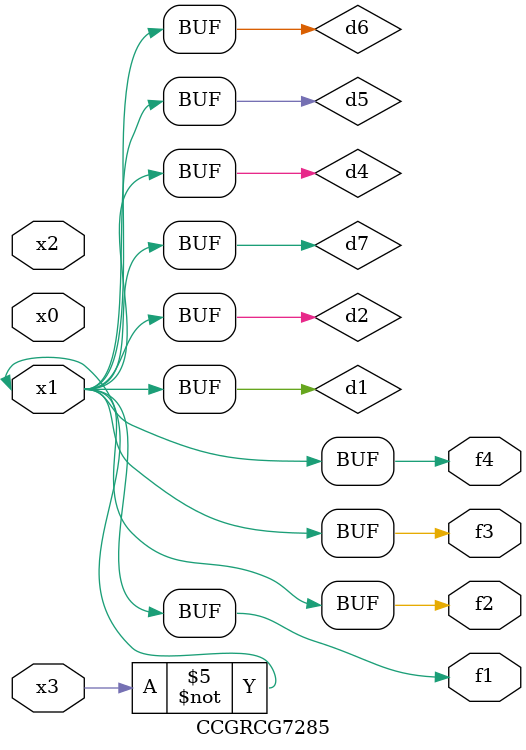
<source format=v>
module CCGRCG7285(
	input x0, x1, x2, x3,
	output f1, f2, f3, f4
);

	wire d1, d2, d3, d4, d5, d6, d7;

	not (d1, x3);
	buf (d2, x1);
	xnor (d3, d1, d2);
	nor (d4, d1);
	buf (d5, d1, d2);
	buf (d6, d4, d5);
	nand (d7, d4);
	assign f1 = d6;
	assign f2 = d7;
	assign f3 = d6;
	assign f4 = d6;
endmodule

</source>
